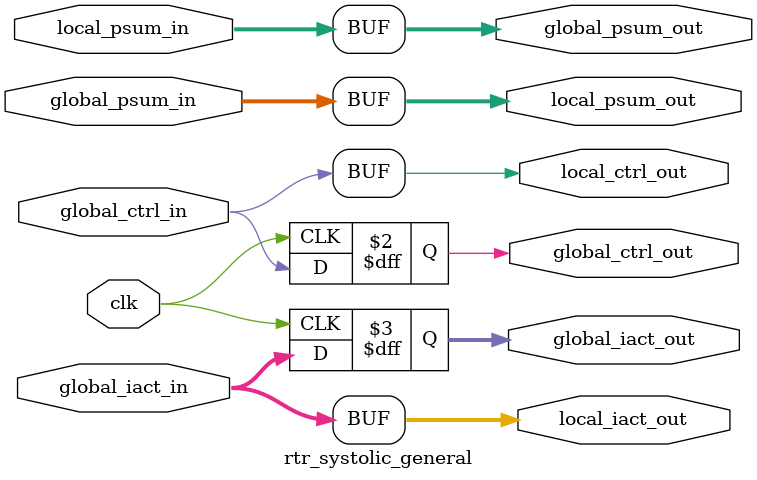
<source format=sv>
`include "defs.sv"


module rtr_systolic_general #(I_WIDTH=8, W_WIDTH=8, P_WIDTH=20, CTRL_WIDTH=1) (
	input clk,
	// global
	input [CTRL_WIDTH-1:0] global_ctrl_in,
	output logic [CTRL_WIDTH-1:0] global_ctrl_out,
	input [I_WIDTH-1:0] global_iact_in,
	output logic [I_WIDTH-1:0] global_iact_out,
	input [P_WIDTH-1:0] global_psum_in,
	output logic [P_WIDTH-1:0] global_psum_out,
	// local
	output logic [CTRL_WIDTH-1:0] local_ctrl_out,
	output logic [I_WIDTH-1:0] local_iact_out,
	output logic [P_WIDTH-1:0] local_psum_out,
	input [P_WIDTH-1:0] local_psum_in
	);

	always_ff @(posedge clk) begin : systolic
		global_iact_out <= global_iact_in;
		global_ctrl_out <= global_ctrl_in; 
	end

	assign local_psum_out = global_psum_in;
	assign global_psum_out = local_psum_in;
	assign local_iact_out = global_iact_in;
	assign local_ctrl_out = global_ctrl_in;

endmodule

</source>
